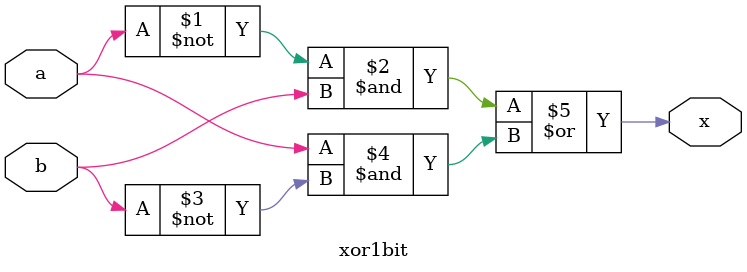
<source format=v>
`timescale 1ns / 1ps
module xor8bit(
    output [7:0] out,
    input [7:0] inp1,
    input [7:0] inp2
    );
xor1bit out0(out[0],inp1[0],inp2[0]);
xor1bit out1(out[1],inp1[1],inp2[1]);
xor1bit out2(out[2],inp1[2],inp2[2]);
xor1bit out3(out[3],inp1[3],inp2[3]);
xor1bit out4(out[4],inp1[4],inp2[4]);
xor1bit out5(out[5],inp1[5],inp2[5]);
xor1bit out6(out[6],inp1[6],inp2[6]);
xor1bit out7(out[7],inp1[7],inp2[7]);
endmodule

module xor1bit(output x, input a,b
 );
 assign x= ((~a)&b)|(a&(~b)); 
endmodule

</source>
